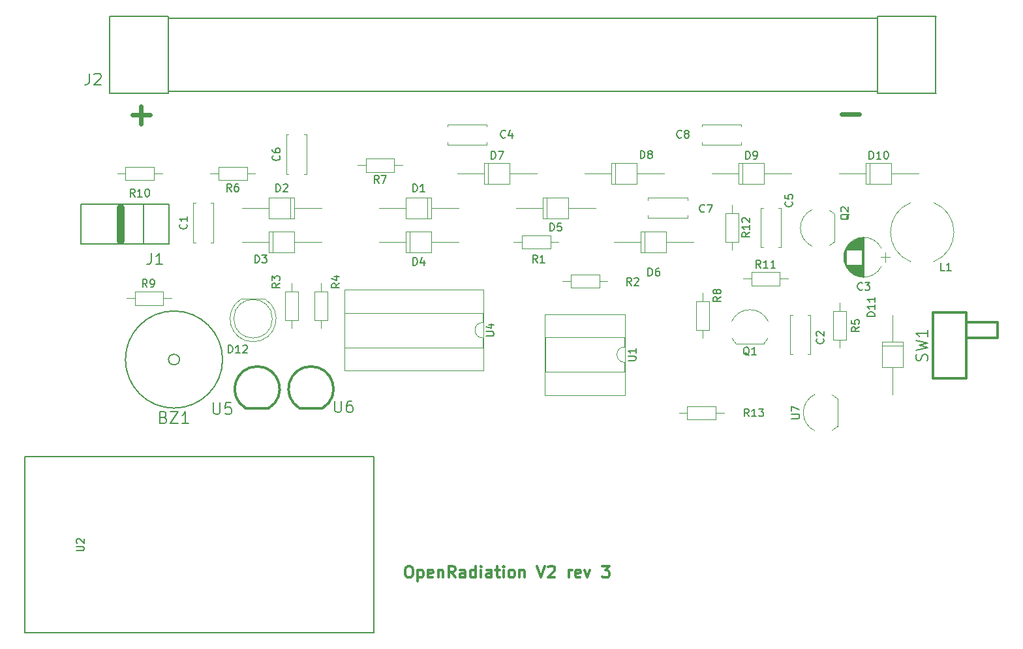
<source format=gbr>
G04 #@! TF.FileFunction,Legend,Top*
%FSLAX46Y46*%
G04 Gerber Fmt 4.6, Leading zero omitted, Abs format (unit mm)*
G04 Created by KiCad (PCBNEW 4.0.7) date 09/18/24 00:27:48*
%MOMM*%
%LPD*%
G01*
G04 APERTURE LIST*
%ADD10C,0.100000*%
%ADD11C,0.300000*%
%ADD12C,0.120000*%
%ADD13C,0.150000*%
%ADD14C,1.000000*%
%ADD15C,0.304800*%
%ADD16C,0.600000*%
G04 APERTURE END LIST*
D10*
D11*
X145095143Y-122114571D02*
X145380857Y-122114571D01*
X145523715Y-122186000D01*
X145666572Y-122328857D01*
X145738000Y-122614571D01*
X145738000Y-123114571D01*
X145666572Y-123400286D01*
X145523715Y-123543143D01*
X145380857Y-123614571D01*
X145095143Y-123614571D01*
X144952286Y-123543143D01*
X144809429Y-123400286D01*
X144738000Y-123114571D01*
X144738000Y-122614571D01*
X144809429Y-122328857D01*
X144952286Y-122186000D01*
X145095143Y-122114571D01*
X146380858Y-122614571D02*
X146380858Y-124114571D01*
X146380858Y-122686000D02*
X146523715Y-122614571D01*
X146809429Y-122614571D01*
X146952286Y-122686000D01*
X147023715Y-122757429D01*
X147095144Y-122900286D01*
X147095144Y-123328857D01*
X147023715Y-123471714D01*
X146952286Y-123543143D01*
X146809429Y-123614571D01*
X146523715Y-123614571D01*
X146380858Y-123543143D01*
X148309429Y-123543143D02*
X148166572Y-123614571D01*
X147880858Y-123614571D01*
X147738001Y-123543143D01*
X147666572Y-123400286D01*
X147666572Y-122828857D01*
X147738001Y-122686000D01*
X147880858Y-122614571D01*
X148166572Y-122614571D01*
X148309429Y-122686000D01*
X148380858Y-122828857D01*
X148380858Y-122971714D01*
X147666572Y-123114571D01*
X149023715Y-122614571D02*
X149023715Y-123614571D01*
X149023715Y-122757429D02*
X149095143Y-122686000D01*
X149238001Y-122614571D01*
X149452286Y-122614571D01*
X149595143Y-122686000D01*
X149666572Y-122828857D01*
X149666572Y-123614571D01*
X151238001Y-123614571D02*
X150738001Y-122900286D01*
X150380858Y-123614571D02*
X150380858Y-122114571D01*
X150952286Y-122114571D01*
X151095144Y-122186000D01*
X151166572Y-122257429D01*
X151238001Y-122400286D01*
X151238001Y-122614571D01*
X151166572Y-122757429D01*
X151095144Y-122828857D01*
X150952286Y-122900286D01*
X150380858Y-122900286D01*
X152523715Y-123614571D02*
X152523715Y-122828857D01*
X152452286Y-122686000D01*
X152309429Y-122614571D01*
X152023715Y-122614571D01*
X151880858Y-122686000D01*
X152523715Y-123543143D02*
X152380858Y-123614571D01*
X152023715Y-123614571D01*
X151880858Y-123543143D01*
X151809429Y-123400286D01*
X151809429Y-123257429D01*
X151880858Y-123114571D01*
X152023715Y-123043143D01*
X152380858Y-123043143D01*
X152523715Y-122971714D01*
X153880858Y-123614571D02*
X153880858Y-122114571D01*
X153880858Y-123543143D02*
X153738001Y-123614571D01*
X153452287Y-123614571D01*
X153309429Y-123543143D01*
X153238001Y-123471714D01*
X153166572Y-123328857D01*
X153166572Y-122900286D01*
X153238001Y-122757429D01*
X153309429Y-122686000D01*
X153452287Y-122614571D01*
X153738001Y-122614571D01*
X153880858Y-122686000D01*
X154595144Y-123614571D02*
X154595144Y-122614571D01*
X154595144Y-122114571D02*
X154523715Y-122186000D01*
X154595144Y-122257429D01*
X154666572Y-122186000D01*
X154595144Y-122114571D01*
X154595144Y-122257429D01*
X155952287Y-123614571D02*
X155952287Y-122828857D01*
X155880858Y-122686000D01*
X155738001Y-122614571D01*
X155452287Y-122614571D01*
X155309430Y-122686000D01*
X155952287Y-123543143D02*
X155809430Y-123614571D01*
X155452287Y-123614571D01*
X155309430Y-123543143D01*
X155238001Y-123400286D01*
X155238001Y-123257429D01*
X155309430Y-123114571D01*
X155452287Y-123043143D01*
X155809430Y-123043143D01*
X155952287Y-122971714D01*
X156452287Y-122614571D02*
X157023716Y-122614571D01*
X156666573Y-122114571D02*
X156666573Y-123400286D01*
X156738001Y-123543143D01*
X156880859Y-123614571D01*
X157023716Y-123614571D01*
X157523716Y-123614571D02*
X157523716Y-122614571D01*
X157523716Y-122114571D02*
X157452287Y-122186000D01*
X157523716Y-122257429D01*
X157595144Y-122186000D01*
X157523716Y-122114571D01*
X157523716Y-122257429D01*
X158452288Y-123614571D02*
X158309430Y-123543143D01*
X158238002Y-123471714D01*
X158166573Y-123328857D01*
X158166573Y-122900286D01*
X158238002Y-122757429D01*
X158309430Y-122686000D01*
X158452288Y-122614571D01*
X158666573Y-122614571D01*
X158809430Y-122686000D01*
X158880859Y-122757429D01*
X158952288Y-122900286D01*
X158952288Y-123328857D01*
X158880859Y-123471714D01*
X158809430Y-123543143D01*
X158666573Y-123614571D01*
X158452288Y-123614571D01*
X159595145Y-122614571D02*
X159595145Y-123614571D01*
X159595145Y-122757429D02*
X159666573Y-122686000D01*
X159809431Y-122614571D01*
X160023716Y-122614571D01*
X160166573Y-122686000D01*
X160238002Y-122828857D01*
X160238002Y-123614571D01*
X161880859Y-122114571D02*
X162380859Y-123614571D01*
X162880859Y-122114571D01*
X163309430Y-122257429D02*
X163380859Y-122186000D01*
X163523716Y-122114571D01*
X163880859Y-122114571D01*
X164023716Y-122186000D01*
X164095145Y-122257429D01*
X164166573Y-122400286D01*
X164166573Y-122543143D01*
X164095145Y-122757429D01*
X163238002Y-123614571D01*
X164166573Y-123614571D01*
X165952287Y-123614571D02*
X165952287Y-122614571D01*
X165952287Y-122900286D02*
X166023715Y-122757429D01*
X166095144Y-122686000D01*
X166238001Y-122614571D01*
X166380858Y-122614571D01*
X167452286Y-123543143D02*
X167309429Y-123614571D01*
X167023715Y-123614571D01*
X166880858Y-123543143D01*
X166809429Y-123400286D01*
X166809429Y-122828857D01*
X166880858Y-122686000D01*
X167023715Y-122614571D01*
X167309429Y-122614571D01*
X167452286Y-122686000D01*
X167523715Y-122828857D01*
X167523715Y-122971714D01*
X166809429Y-123114571D01*
X168023715Y-122614571D02*
X168380858Y-123614571D01*
X168738000Y-122614571D01*
X170309429Y-122114571D02*
X171238000Y-122114571D01*
X170738000Y-122686000D01*
X170952286Y-122686000D01*
X171095143Y-122757429D01*
X171166572Y-122828857D01*
X171238000Y-122971714D01*
X171238000Y-123328857D01*
X171166572Y-123471714D01*
X171095143Y-123543143D01*
X170952286Y-123614571D01*
X170523714Y-123614571D01*
X170380857Y-123543143D01*
X170309429Y-123471714D01*
D12*
X175310000Y-78715000D02*
X175310000Y-81435000D01*
X175310000Y-81435000D02*
X178630000Y-81435000D01*
X178630000Y-81435000D02*
X178630000Y-78715000D01*
X178630000Y-78715000D02*
X175310000Y-78715000D01*
X171800000Y-80075000D02*
X175310000Y-80075000D01*
X182140000Y-80075000D02*
X178630000Y-80075000D01*
X175850000Y-78715000D02*
X175850000Y-81435000D01*
X162610000Y-74270000D02*
X162610000Y-76990000D01*
X162610000Y-76990000D02*
X165930000Y-76990000D01*
X165930000Y-76990000D02*
X165930000Y-74270000D01*
X165930000Y-74270000D02*
X162610000Y-74270000D01*
X159100000Y-75630000D02*
X162610000Y-75630000D01*
X169440000Y-75630000D02*
X165930000Y-75630000D01*
X163150000Y-74270000D02*
X163150000Y-76990000D01*
X148150000Y-76990000D02*
X148150000Y-74270000D01*
X148150000Y-74270000D02*
X144830000Y-74270000D01*
X144830000Y-74270000D02*
X144830000Y-76990000D01*
X144830000Y-76990000D02*
X148150000Y-76990000D01*
X151660000Y-75630000D02*
X148150000Y-75630000D01*
X141320000Y-75630000D02*
X144830000Y-75630000D01*
X147610000Y-76990000D02*
X147610000Y-74270000D01*
X144830000Y-78715000D02*
X144830000Y-81435000D01*
X144830000Y-81435000D02*
X148150000Y-81435000D01*
X148150000Y-81435000D02*
X148150000Y-78715000D01*
X148150000Y-78715000D02*
X144830000Y-78715000D01*
X141320000Y-80075000D02*
X144830000Y-80075000D01*
X151660000Y-80075000D02*
X148150000Y-80075000D01*
X145370000Y-78715000D02*
X145370000Y-81435000D01*
X127050000Y-78715000D02*
X127050000Y-81435000D01*
X127050000Y-81435000D02*
X130370000Y-81435000D01*
X130370000Y-81435000D02*
X130370000Y-78715000D01*
X130370000Y-78715000D02*
X127050000Y-78715000D01*
X123540000Y-80075000D02*
X127050000Y-80075000D01*
X133880000Y-80075000D02*
X130370000Y-80075000D01*
X127590000Y-78715000D02*
X127590000Y-81435000D01*
X130370000Y-76990000D02*
X130370000Y-74270000D01*
X130370000Y-74270000D02*
X127050000Y-74270000D01*
X127050000Y-74270000D02*
X127050000Y-76990000D01*
X127050000Y-76990000D02*
X130370000Y-76990000D01*
X133880000Y-75630000D02*
X130370000Y-75630000D01*
X123540000Y-75630000D02*
X127050000Y-75630000D01*
X129830000Y-76990000D02*
X129830000Y-74270000D01*
X154990000Y-69825000D02*
X154990000Y-72545000D01*
X154990000Y-72545000D02*
X158310000Y-72545000D01*
X158310000Y-72545000D02*
X158310000Y-69825000D01*
X158310000Y-69825000D02*
X154990000Y-69825000D01*
X151480000Y-71185000D02*
X154990000Y-71185000D01*
X161820000Y-71185000D02*
X158310000Y-71185000D01*
X155530000Y-69825000D02*
X155530000Y-72545000D01*
X171500000Y-69825000D02*
X171500000Y-72545000D01*
X171500000Y-72545000D02*
X174820000Y-72545000D01*
X174820000Y-72545000D02*
X174820000Y-69825000D01*
X174820000Y-69825000D02*
X171500000Y-69825000D01*
X167990000Y-71185000D02*
X171500000Y-71185000D01*
X178330000Y-71185000D02*
X174820000Y-71185000D01*
X172040000Y-69825000D02*
X172040000Y-72545000D01*
X204520000Y-69825000D02*
X204520000Y-72545000D01*
X204520000Y-72545000D02*
X207840000Y-72545000D01*
X207840000Y-72545000D02*
X207840000Y-69825000D01*
X207840000Y-69825000D02*
X204520000Y-69825000D01*
X201010000Y-71185000D02*
X204520000Y-71185000D01*
X211350000Y-71185000D02*
X207840000Y-71185000D01*
X205060000Y-69825000D02*
X205060000Y-72545000D01*
X188010000Y-69825000D02*
X188010000Y-72545000D01*
X188010000Y-72545000D02*
X191330000Y-72545000D01*
X191330000Y-72545000D02*
X191330000Y-69825000D01*
X191330000Y-69825000D02*
X188010000Y-69825000D01*
X184500000Y-71185000D02*
X188010000Y-71185000D01*
X194840000Y-71185000D02*
X191330000Y-71185000D01*
X188550000Y-69825000D02*
X188550000Y-72545000D01*
X197330000Y-89540000D02*
X197330000Y-94660000D01*
X194710000Y-89540000D02*
X194710000Y-94660000D01*
X197330000Y-89540000D02*
X197016000Y-89540000D01*
X195024000Y-89540000D02*
X194710000Y-89540000D01*
X197330000Y-94660000D02*
X197016000Y-94660000D01*
X195024000Y-94660000D02*
X194710000Y-94660000D01*
X150240000Y-64795000D02*
X155360000Y-64795000D01*
X150240000Y-67415000D02*
X155360000Y-67415000D01*
X150240000Y-64795000D02*
X150240000Y-65109000D01*
X150240000Y-67101000D02*
X150240000Y-67415000D01*
X155360000Y-64795000D02*
X155360000Y-65109000D01*
X155360000Y-67101000D02*
X155360000Y-67415000D01*
X190900000Y-80770000D02*
X190900000Y-75650000D01*
X193520000Y-80770000D02*
X193520000Y-75650000D01*
X190900000Y-80770000D02*
X191214000Y-80770000D01*
X193206000Y-80770000D02*
X193520000Y-80770000D01*
X190900000Y-75650000D02*
X191214000Y-75650000D01*
X193206000Y-75650000D02*
X193520000Y-75650000D01*
X129305000Y-71245000D02*
X129305000Y-66125000D01*
X131925000Y-71245000D02*
X131925000Y-66125000D01*
X129305000Y-71245000D02*
X129619000Y-71245000D01*
X131611000Y-71245000D02*
X131925000Y-71245000D01*
X129305000Y-66125000D02*
X129619000Y-66125000D01*
X131611000Y-66125000D02*
X131925000Y-66125000D01*
X176275000Y-74320000D02*
X181395000Y-74320000D01*
X176275000Y-76940000D02*
X181395000Y-76940000D01*
X176275000Y-74320000D02*
X176275000Y-74634000D01*
X176275000Y-76626000D02*
X176275000Y-76940000D01*
X181395000Y-74320000D02*
X181395000Y-74634000D01*
X181395000Y-76626000D02*
X181395000Y-76940000D01*
X183260000Y-64795000D02*
X188380000Y-64795000D01*
X183260000Y-67415000D02*
X188380000Y-67415000D01*
X183260000Y-64795000D02*
X183260000Y-65109000D01*
X183260000Y-67101000D02*
X183260000Y-67415000D01*
X188380000Y-64795000D02*
X188380000Y-65109000D01*
X188380000Y-67101000D02*
X188380000Y-67415000D01*
D13*
X114100000Y-80350000D02*
X102700000Y-80350000D01*
X114100000Y-75150000D02*
X102700000Y-75150000D01*
X110800000Y-80350000D02*
X110800000Y-75150000D01*
X114100000Y-80350000D02*
X114100000Y-75150000D01*
X102700000Y-80290000D02*
X102700000Y-75210000D01*
D14*
X107850000Y-75650000D02*
X107850000Y-79850000D01*
D12*
X210352984Y-74941164D02*
G75*
G03X210356000Y-82620000I1483016J-3838836D01*
G01*
X213319016Y-74941164D02*
G75*
G02X213316000Y-82620000I-1483016J-3838836D01*
G01*
X163590000Y-80935000D02*
X163590000Y-79215000D01*
X163590000Y-79215000D02*
X159870000Y-79215000D01*
X159870000Y-79215000D02*
X159870000Y-80935000D01*
X159870000Y-80935000D02*
X163590000Y-80935000D01*
X164660000Y-80075000D02*
X163590000Y-80075000D01*
X158800000Y-80075000D02*
X159870000Y-80075000D01*
X166220000Y-84295000D02*
X166220000Y-86015000D01*
X166220000Y-86015000D02*
X169940000Y-86015000D01*
X169940000Y-86015000D02*
X169940000Y-84295000D01*
X169940000Y-84295000D02*
X166220000Y-84295000D01*
X165150000Y-85155000D02*
X166220000Y-85155000D01*
X171010000Y-85155000D02*
X169940000Y-85155000D01*
X130840000Y-86470000D02*
X129120000Y-86470000D01*
X129120000Y-86470000D02*
X129120000Y-90190000D01*
X129120000Y-90190000D02*
X130840000Y-90190000D01*
X130840000Y-90190000D02*
X130840000Y-86470000D01*
X129980000Y-85400000D02*
X129980000Y-86470000D01*
X129980000Y-91260000D02*
X129980000Y-90190000D01*
X134650000Y-86470000D02*
X132930000Y-86470000D01*
X132930000Y-86470000D02*
X132930000Y-90190000D01*
X132930000Y-90190000D02*
X134650000Y-90190000D01*
X134650000Y-90190000D02*
X134650000Y-86470000D01*
X133790000Y-85400000D02*
X133790000Y-86470000D01*
X133790000Y-91260000D02*
X133790000Y-90190000D01*
X200240000Y-92730000D02*
X201960000Y-92730000D01*
X201960000Y-92730000D02*
X201960000Y-89010000D01*
X201960000Y-89010000D02*
X200240000Y-89010000D01*
X200240000Y-89010000D02*
X200240000Y-92730000D01*
X201100000Y-93800000D02*
X201100000Y-92730000D01*
X201100000Y-87940000D02*
X201100000Y-89010000D01*
X124220000Y-72045000D02*
X124220000Y-70325000D01*
X124220000Y-70325000D02*
X120500000Y-70325000D01*
X120500000Y-70325000D02*
X120500000Y-72045000D01*
X120500000Y-72045000D02*
X124220000Y-72045000D01*
X125290000Y-71185000D02*
X124220000Y-71185000D01*
X119430000Y-71185000D02*
X120500000Y-71185000D01*
X182460000Y-91460000D02*
X184180000Y-91460000D01*
X184180000Y-91460000D02*
X184180000Y-87740000D01*
X184180000Y-87740000D02*
X182460000Y-87740000D01*
X182460000Y-87740000D02*
X182460000Y-91460000D01*
X183320000Y-92530000D02*
X183320000Y-91460000D01*
X183320000Y-86670000D02*
X183320000Y-87740000D01*
X108435000Y-70325000D02*
X108435000Y-72045000D01*
X108435000Y-72045000D02*
X112155000Y-72045000D01*
X112155000Y-72045000D02*
X112155000Y-70325000D01*
X112155000Y-70325000D02*
X108435000Y-70325000D01*
X107365000Y-71185000D02*
X108435000Y-71185000D01*
X113225000Y-71185000D02*
X112155000Y-71185000D01*
X187990000Y-76310000D02*
X186270000Y-76310000D01*
X186270000Y-76310000D02*
X186270000Y-80030000D01*
X186270000Y-80030000D02*
X187990000Y-80030000D01*
X187990000Y-80030000D02*
X187990000Y-76310000D01*
X187130000Y-75240000D02*
X187130000Y-76310000D01*
X187130000Y-81100000D02*
X187130000Y-80030000D01*
X173220000Y-95680000D02*
G75*
G02X173220000Y-93680000I0J1000000D01*
G01*
X173220000Y-93680000D02*
X173220000Y-92430000D01*
X173220000Y-92430000D02*
X162940000Y-92430000D01*
X162940000Y-92430000D02*
X162940000Y-96930000D01*
X162940000Y-96930000D02*
X173220000Y-96930000D01*
X173220000Y-96930000D02*
X173220000Y-95680000D01*
X173280000Y-89430000D02*
X162880000Y-89430000D01*
X162880000Y-89430000D02*
X162880000Y-99930000D01*
X162880000Y-99930000D02*
X173280000Y-99930000D01*
X173280000Y-99930000D02*
X173280000Y-89430000D01*
D15*
X127035000Y-101625000D02*
X124035000Y-101625000D01*
X124031838Y-101623100D02*
G75*
G02X127035000Y-101625000I1503162J2498100D01*
G01*
X134020000Y-101625000D02*
X131020000Y-101625000D01*
X131016838Y-101623100D02*
G75*
G02X134020000Y-101625000I1503162J2498100D01*
G01*
D13*
X114000000Y-51000000D02*
X114000000Y-60500000D01*
X114000000Y-60500000D02*
X206000000Y-60500000D01*
X206000000Y-60500000D02*
X206000000Y-51000000D01*
X206000000Y-51000000D02*
X114000000Y-51000000D01*
X206000000Y-50750000D02*
X213620000Y-50750000D01*
X213600000Y-50750000D02*
X213600000Y-60750000D01*
X206000000Y-60750000D02*
X213620000Y-60750000D01*
X206000000Y-60750000D02*
X206000000Y-50750000D01*
X106380000Y-60750000D02*
X106380000Y-50750000D01*
X114000000Y-50750000D02*
X106380000Y-50750000D01*
X114000000Y-50750000D02*
X114000000Y-60750000D01*
X114000000Y-60750000D02*
X106380000Y-60750000D01*
D12*
X187684000Y-93290000D02*
X191284000Y-93290000D01*
X187159816Y-92562795D02*
G75*
G03X187684000Y-93290000I2324184J1122795D01*
G01*
X187127600Y-90341193D02*
G75*
G02X189484000Y-88840000I2356400J-1098807D01*
G01*
X191840400Y-90341193D02*
G75*
G03X189484000Y-88840000I-2356400J-1098807D01*
G01*
X191808184Y-92562795D02*
G75*
G02X191284000Y-93290000I-2324184J1122795D01*
G01*
X200478000Y-80032000D02*
X200478000Y-76432000D01*
X199750795Y-80556184D02*
G75*
G03X200478000Y-80032000I-1122795J2324184D01*
G01*
X197529193Y-80588400D02*
G75*
G02X196028000Y-78232000I1098807J2356400D01*
G01*
X197529193Y-75875600D02*
G75*
G03X196028000Y-78232000I1098807J-2356400D01*
G01*
X199750795Y-75907816D02*
G75*
G02X200478000Y-76432000I-1122795J-2324184D01*
G01*
X154805000Y-92505000D02*
G75*
G02X154805000Y-90505000I0J1000000D01*
G01*
X154805000Y-90505000D02*
X154805000Y-89255000D01*
X154805000Y-89255000D02*
X136905000Y-89255000D01*
X136905000Y-89255000D02*
X136905000Y-93755000D01*
X136905000Y-93755000D02*
X154805000Y-93755000D01*
X154805000Y-93755000D02*
X154805000Y-92505000D01*
X154865000Y-86255000D02*
X136845000Y-86255000D01*
X136845000Y-86255000D02*
X136845000Y-96755000D01*
X136845000Y-96755000D02*
X154865000Y-96755000D01*
X154865000Y-96755000D02*
X154865000Y-86255000D01*
X209318000Y-93020000D02*
X206598000Y-93020000D01*
X206598000Y-93020000D02*
X206598000Y-96340000D01*
X206598000Y-96340000D02*
X209318000Y-96340000D01*
X209318000Y-96340000D02*
X209318000Y-93020000D01*
X207958000Y-89510000D02*
X207958000Y-93020000D01*
X207958000Y-99850000D02*
X207958000Y-96340000D01*
X209318000Y-93560000D02*
X206598000Y-93560000D01*
D13*
X115447107Y-95315000D02*
G75*
G03X115447107Y-95315000I-707107J0D01*
G01*
X121043174Y-95315000D02*
G75*
G03X121043174Y-95315000I-6303174J0D01*
G01*
D12*
X124999538Y-93010000D02*
G75*
G03X126544830Y-87460000I462J2990000D01*
G01*
X125000462Y-93010000D02*
G75*
G02X123455170Y-87460000I-462J2990000D01*
G01*
X127500000Y-90020000D02*
G75*
G03X127500000Y-90020000I-2500000J0D01*
G01*
X126545000Y-87460000D02*
X123455000Y-87460000D01*
X113366000Y-88236000D02*
X113366000Y-86516000D01*
X113366000Y-86516000D02*
X109646000Y-86516000D01*
X109646000Y-86516000D02*
X109646000Y-88236000D01*
X109646000Y-88236000D02*
X113366000Y-88236000D01*
X114436000Y-87376000D02*
X113366000Y-87376000D01*
X108576000Y-87376000D02*
X109646000Y-87376000D01*
X201930278Y-83221723D02*
G75*
G03X206541580Y-83222000I2305722J1179723D01*
G01*
X201930278Y-80862277D02*
G75*
G02X206541580Y-80862000I2305722J-1179723D01*
G01*
X201930278Y-80862277D02*
G75*
G03X201930420Y-83222000I2305722J-1179723D01*
G01*
X204236000Y-84592000D02*
X204236000Y-79492000D01*
X204196000Y-84592000D02*
X204196000Y-79492000D01*
X204156000Y-84591000D02*
X204156000Y-79493000D01*
X204116000Y-84590000D02*
X204116000Y-79494000D01*
X204076000Y-84588000D02*
X204076000Y-79496000D01*
X204036000Y-84585000D02*
X204036000Y-79499000D01*
X203996000Y-84581000D02*
X203996000Y-79503000D01*
X203956000Y-84577000D02*
X203956000Y-83022000D01*
X203956000Y-81062000D02*
X203956000Y-79507000D01*
X203916000Y-84573000D02*
X203916000Y-83022000D01*
X203916000Y-81062000D02*
X203916000Y-79511000D01*
X203876000Y-84567000D02*
X203876000Y-83022000D01*
X203876000Y-81062000D02*
X203876000Y-79517000D01*
X203836000Y-84561000D02*
X203836000Y-83022000D01*
X203836000Y-81062000D02*
X203836000Y-79523000D01*
X203796000Y-84555000D02*
X203796000Y-83022000D01*
X203796000Y-81062000D02*
X203796000Y-79529000D01*
X203756000Y-84548000D02*
X203756000Y-83022000D01*
X203756000Y-81062000D02*
X203756000Y-79536000D01*
X203716000Y-84540000D02*
X203716000Y-83022000D01*
X203716000Y-81062000D02*
X203716000Y-79544000D01*
X203676000Y-84531000D02*
X203676000Y-83022000D01*
X203676000Y-81062000D02*
X203676000Y-79553000D01*
X203636000Y-84522000D02*
X203636000Y-83022000D01*
X203636000Y-81062000D02*
X203636000Y-79562000D01*
X203596000Y-84512000D02*
X203596000Y-83022000D01*
X203596000Y-81062000D02*
X203596000Y-79572000D01*
X203556000Y-84502000D02*
X203556000Y-83022000D01*
X203556000Y-81062000D02*
X203556000Y-79582000D01*
X203515000Y-84490000D02*
X203515000Y-83022000D01*
X203515000Y-81062000D02*
X203515000Y-79594000D01*
X203475000Y-84478000D02*
X203475000Y-83022000D01*
X203475000Y-81062000D02*
X203475000Y-79606000D01*
X203435000Y-84466000D02*
X203435000Y-83022000D01*
X203435000Y-81062000D02*
X203435000Y-79618000D01*
X203395000Y-84452000D02*
X203395000Y-83022000D01*
X203395000Y-81062000D02*
X203395000Y-79632000D01*
X203355000Y-84438000D02*
X203355000Y-83022000D01*
X203355000Y-81062000D02*
X203355000Y-79646000D01*
X203315000Y-84424000D02*
X203315000Y-83022000D01*
X203315000Y-81062000D02*
X203315000Y-79660000D01*
X203275000Y-84408000D02*
X203275000Y-83022000D01*
X203275000Y-81062000D02*
X203275000Y-79676000D01*
X203235000Y-84392000D02*
X203235000Y-83022000D01*
X203235000Y-81062000D02*
X203235000Y-79692000D01*
X203195000Y-84375000D02*
X203195000Y-83022000D01*
X203195000Y-81062000D02*
X203195000Y-79709000D01*
X203155000Y-84357000D02*
X203155000Y-83022000D01*
X203155000Y-81062000D02*
X203155000Y-79727000D01*
X203115000Y-84338000D02*
X203115000Y-83022000D01*
X203115000Y-81062000D02*
X203115000Y-79746000D01*
X203075000Y-84318000D02*
X203075000Y-83022000D01*
X203075000Y-81062000D02*
X203075000Y-79766000D01*
X203035000Y-84298000D02*
X203035000Y-83022000D01*
X203035000Y-81062000D02*
X203035000Y-79786000D01*
X202995000Y-84276000D02*
X202995000Y-83022000D01*
X202995000Y-81062000D02*
X202995000Y-79808000D01*
X202955000Y-84254000D02*
X202955000Y-83022000D01*
X202955000Y-81062000D02*
X202955000Y-79830000D01*
X202915000Y-84231000D02*
X202915000Y-83022000D01*
X202915000Y-81062000D02*
X202915000Y-79853000D01*
X202875000Y-84207000D02*
X202875000Y-83022000D01*
X202875000Y-81062000D02*
X202875000Y-79877000D01*
X202835000Y-84182000D02*
X202835000Y-83022000D01*
X202835000Y-81062000D02*
X202835000Y-79902000D01*
X202795000Y-84155000D02*
X202795000Y-83022000D01*
X202795000Y-81062000D02*
X202795000Y-79929000D01*
X202755000Y-84128000D02*
X202755000Y-83022000D01*
X202755000Y-81062000D02*
X202755000Y-79956000D01*
X202715000Y-84100000D02*
X202715000Y-83022000D01*
X202715000Y-81062000D02*
X202715000Y-79984000D01*
X202675000Y-84070000D02*
X202675000Y-83022000D01*
X202675000Y-81062000D02*
X202675000Y-80014000D01*
X202635000Y-84039000D02*
X202635000Y-83022000D01*
X202635000Y-81062000D02*
X202635000Y-80045000D01*
X202595000Y-84007000D02*
X202595000Y-83022000D01*
X202595000Y-81062000D02*
X202595000Y-80077000D01*
X202555000Y-83974000D02*
X202555000Y-83022000D01*
X202555000Y-81062000D02*
X202555000Y-80110000D01*
X202515000Y-83939000D02*
X202515000Y-83022000D01*
X202515000Y-81062000D02*
X202515000Y-80145000D01*
X202475000Y-83903000D02*
X202475000Y-83022000D01*
X202475000Y-81062000D02*
X202475000Y-80181000D01*
X202435000Y-83865000D02*
X202435000Y-83022000D01*
X202435000Y-81062000D02*
X202435000Y-80219000D01*
X202395000Y-83825000D02*
X202395000Y-83022000D01*
X202395000Y-81062000D02*
X202395000Y-80259000D01*
X202355000Y-83784000D02*
X202355000Y-83022000D01*
X202355000Y-81062000D02*
X202355000Y-80300000D01*
X202315000Y-83741000D02*
X202315000Y-83022000D01*
X202315000Y-81062000D02*
X202315000Y-80343000D01*
X202275000Y-83696000D02*
X202275000Y-83022000D01*
X202275000Y-81062000D02*
X202275000Y-80388000D01*
X202235000Y-83648000D02*
X202235000Y-83022000D01*
X202235000Y-81062000D02*
X202235000Y-80436000D01*
X202195000Y-83598000D02*
X202195000Y-83022000D01*
X202195000Y-81062000D02*
X202195000Y-80486000D01*
X202155000Y-83546000D02*
X202155000Y-83022000D01*
X202155000Y-81062000D02*
X202155000Y-80538000D01*
X202115000Y-83490000D02*
X202115000Y-83022000D01*
X202115000Y-81062000D02*
X202115000Y-80594000D01*
X202075000Y-83432000D02*
X202075000Y-83022000D01*
X202075000Y-81062000D02*
X202075000Y-80652000D01*
X202035000Y-83369000D02*
X202035000Y-83022000D01*
X202035000Y-81062000D02*
X202035000Y-80715000D01*
X201995000Y-83303000D02*
X201995000Y-80781000D01*
X201955000Y-83231000D02*
X201955000Y-80853000D01*
X201915000Y-83154000D02*
X201915000Y-80930000D01*
X201875000Y-83070000D02*
X201875000Y-81014000D01*
X201835000Y-82976000D02*
X201835000Y-81108000D01*
X201795000Y-82871000D02*
X201795000Y-81213000D01*
X201755000Y-82749000D02*
X201755000Y-81335000D01*
X201715000Y-82601000D02*
X201715000Y-81483000D01*
X201675000Y-82396000D02*
X201675000Y-81688000D01*
X207686000Y-82042000D02*
X206486000Y-82042000D01*
X207086000Y-82692000D02*
X207086000Y-81392000D01*
D15*
X217592000Y-90472000D02*
X221592000Y-90472000D01*
X221592000Y-90472000D02*
X221592000Y-92472000D01*
X221592000Y-92472000D02*
X217592000Y-92472000D01*
X217592000Y-89172000D02*
X213192000Y-89172000D01*
X213192000Y-97772000D02*
X217592000Y-97772000D01*
X217592000Y-97772000D02*
X217592000Y-89172000D01*
X213192000Y-97772000D02*
X213192000Y-89172000D01*
D12*
X185050000Y-103110000D02*
X185050000Y-101390000D01*
X185050000Y-101390000D02*
X181330000Y-101390000D01*
X181330000Y-101390000D02*
X181330000Y-103110000D01*
X181330000Y-103110000D02*
X185050000Y-103110000D01*
X186120000Y-102250000D02*
X185050000Y-102250000D01*
X180260000Y-102250000D02*
X181330000Y-102250000D01*
X200850000Y-104010000D02*
X200850000Y-100410000D01*
X200122795Y-104534184D02*
G75*
G03X200850000Y-104010000I-1122795J2324184D01*
G01*
X197901193Y-104566400D02*
G75*
G02X196400000Y-102210000I1098807J2356400D01*
G01*
X197901193Y-99853600D02*
G75*
G03X196400000Y-102210000I1098807J-2356400D01*
G01*
X200122795Y-99885816D02*
G75*
G02X200850000Y-100410000I-1122795J-2324184D01*
G01*
X117240000Y-80135000D02*
X117240000Y-75015000D01*
X119860000Y-80135000D02*
X119860000Y-75015000D01*
X117240000Y-80135000D02*
X117554000Y-80135000D01*
X119546000Y-80135000D02*
X119860000Y-80135000D01*
X117240000Y-75015000D02*
X117554000Y-75015000D01*
X119546000Y-75015000D02*
X119860000Y-75015000D01*
X143338000Y-70964000D02*
X143338000Y-69244000D01*
X143338000Y-69244000D02*
X139618000Y-69244000D01*
X139618000Y-69244000D02*
X139618000Y-70964000D01*
X139618000Y-70964000D02*
X143338000Y-70964000D01*
X144408000Y-70104000D02*
X143338000Y-70104000D01*
X138548000Y-70104000D02*
X139618000Y-70104000D01*
X189656000Y-83976000D02*
X189656000Y-85696000D01*
X189656000Y-85696000D02*
X193376000Y-85696000D01*
X193376000Y-85696000D02*
X193376000Y-83976000D01*
X193376000Y-83976000D02*
X189656000Y-83976000D01*
X188586000Y-84836000D02*
X189656000Y-84836000D01*
X194446000Y-84836000D02*
X193376000Y-84836000D01*
D13*
X140716000Y-107950000D02*
X140716000Y-130810000D01*
X140716000Y-130810000D02*
X95396000Y-130810000D01*
X95396000Y-130810000D02*
X95396000Y-107950000D01*
X95396000Y-107950000D02*
X140716000Y-107950000D01*
X176261905Y-84452381D02*
X176261905Y-83452381D01*
X176500000Y-83452381D01*
X176642858Y-83500000D01*
X176738096Y-83595238D01*
X176785715Y-83690476D01*
X176833334Y-83880952D01*
X176833334Y-84023810D01*
X176785715Y-84214286D01*
X176738096Y-84309524D01*
X176642858Y-84404762D01*
X176500000Y-84452381D01*
X176261905Y-84452381D01*
X177690477Y-83452381D02*
X177500000Y-83452381D01*
X177404762Y-83500000D01*
X177357143Y-83547619D01*
X177261905Y-83690476D01*
X177214286Y-83880952D01*
X177214286Y-84261905D01*
X177261905Y-84357143D01*
X177309524Y-84404762D01*
X177404762Y-84452381D01*
X177595239Y-84452381D01*
X177690477Y-84404762D01*
X177738096Y-84357143D01*
X177785715Y-84261905D01*
X177785715Y-84023810D01*
X177738096Y-83928571D01*
X177690477Y-83880952D01*
X177595239Y-83833333D01*
X177404762Y-83833333D01*
X177309524Y-83880952D01*
X177261905Y-83928571D01*
X177214286Y-84023810D01*
X163531905Y-78622381D02*
X163531905Y-77622381D01*
X163770000Y-77622381D01*
X163912858Y-77670000D01*
X164008096Y-77765238D01*
X164055715Y-77860476D01*
X164103334Y-78050952D01*
X164103334Y-78193810D01*
X164055715Y-78384286D01*
X164008096Y-78479524D01*
X163912858Y-78574762D01*
X163770000Y-78622381D01*
X163531905Y-78622381D01*
X165008096Y-77622381D02*
X164531905Y-77622381D01*
X164484286Y-78098571D01*
X164531905Y-78050952D01*
X164627143Y-78003333D01*
X164865239Y-78003333D01*
X164960477Y-78050952D01*
X165008096Y-78098571D01*
X165055715Y-78193810D01*
X165055715Y-78431905D01*
X165008096Y-78527143D01*
X164960477Y-78574762D01*
X164865239Y-78622381D01*
X164627143Y-78622381D01*
X164531905Y-78574762D01*
X164484286Y-78527143D01*
X145751905Y-73542381D02*
X145751905Y-72542381D01*
X145990000Y-72542381D01*
X146132858Y-72590000D01*
X146228096Y-72685238D01*
X146275715Y-72780476D01*
X146323334Y-72970952D01*
X146323334Y-73113810D01*
X146275715Y-73304286D01*
X146228096Y-73399524D01*
X146132858Y-73494762D01*
X145990000Y-73542381D01*
X145751905Y-73542381D01*
X147275715Y-73542381D02*
X146704286Y-73542381D01*
X146990000Y-73542381D02*
X146990000Y-72542381D01*
X146894762Y-72685238D01*
X146799524Y-72780476D01*
X146704286Y-72828095D01*
X145751905Y-83067381D02*
X145751905Y-82067381D01*
X145990000Y-82067381D01*
X146132858Y-82115000D01*
X146228096Y-82210238D01*
X146275715Y-82305476D01*
X146323334Y-82495952D01*
X146323334Y-82638810D01*
X146275715Y-82829286D01*
X146228096Y-82924524D01*
X146132858Y-83019762D01*
X145990000Y-83067381D01*
X145751905Y-83067381D01*
X147180477Y-82400714D02*
X147180477Y-83067381D01*
X146942381Y-82019762D02*
X146704286Y-82734048D01*
X147323334Y-82734048D01*
X125245905Y-82748381D02*
X125245905Y-81748381D01*
X125484000Y-81748381D01*
X125626858Y-81796000D01*
X125722096Y-81891238D01*
X125769715Y-81986476D01*
X125817334Y-82176952D01*
X125817334Y-82319810D01*
X125769715Y-82510286D01*
X125722096Y-82605524D01*
X125626858Y-82700762D01*
X125484000Y-82748381D01*
X125245905Y-82748381D01*
X126150667Y-81748381D02*
X126769715Y-81748381D01*
X126436381Y-82129333D01*
X126579239Y-82129333D01*
X126674477Y-82176952D01*
X126722096Y-82224571D01*
X126769715Y-82319810D01*
X126769715Y-82557905D01*
X126722096Y-82653143D01*
X126674477Y-82700762D01*
X126579239Y-82748381D01*
X126293524Y-82748381D01*
X126198286Y-82700762D01*
X126150667Y-82653143D01*
X127971905Y-73542381D02*
X127971905Y-72542381D01*
X128210000Y-72542381D01*
X128352858Y-72590000D01*
X128448096Y-72685238D01*
X128495715Y-72780476D01*
X128543334Y-72970952D01*
X128543334Y-73113810D01*
X128495715Y-73304286D01*
X128448096Y-73399524D01*
X128352858Y-73494762D01*
X128210000Y-73542381D01*
X127971905Y-73542381D01*
X128924286Y-72637619D02*
X128971905Y-72590000D01*
X129067143Y-72542381D01*
X129305239Y-72542381D01*
X129400477Y-72590000D01*
X129448096Y-72637619D01*
X129495715Y-72732857D01*
X129495715Y-72828095D01*
X129448096Y-72970952D01*
X128876667Y-73542381D01*
X129495715Y-73542381D01*
X155911905Y-69277381D02*
X155911905Y-68277381D01*
X156150000Y-68277381D01*
X156292858Y-68325000D01*
X156388096Y-68420238D01*
X156435715Y-68515476D01*
X156483334Y-68705952D01*
X156483334Y-68848810D01*
X156435715Y-69039286D01*
X156388096Y-69134524D01*
X156292858Y-69229762D01*
X156150000Y-69277381D01*
X155911905Y-69277381D01*
X156816667Y-68277381D02*
X157483334Y-68277381D01*
X157054762Y-69277381D01*
X175261905Y-69202381D02*
X175261905Y-68202381D01*
X175500000Y-68202381D01*
X175642858Y-68250000D01*
X175738096Y-68345238D01*
X175785715Y-68440476D01*
X175833334Y-68630952D01*
X175833334Y-68773810D01*
X175785715Y-68964286D01*
X175738096Y-69059524D01*
X175642858Y-69154762D01*
X175500000Y-69202381D01*
X175261905Y-69202381D01*
X176404762Y-68630952D02*
X176309524Y-68583333D01*
X176261905Y-68535714D01*
X176214286Y-68440476D01*
X176214286Y-68392857D01*
X176261905Y-68297619D01*
X176309524Y-68250000D01*
X176404762Y-68202381D01*
X176595239Y-68202381D01*
X176690477Y-68250000D01*
X176738096Y-68297619D01*
X176785715Y-68392857D01*
X176785715Y-68440476D01*
X176738096Y-68535714D01*
X176690477Y-68583333D01*
X176595239Y-68630952D01*
X176404762Y-68630952D01*
X176309524Y-68678571D01*
X176261905Y-68726190D01*
X176214286Y-68821429D01*
X176214286Y-69011905D01*
X176261905Y-69107143D01*
X176309524Y-69154762D01*
X176404762Y-69202381D01*
X176595239Y-69202381D01*
X176690477Y-69154762D01*
X176738096Y-69107143D01*
X176785715Y-69011905D01*
X176785715Y-68821429D01*
X176738096Y-68726190D01*
X176690477Y-68678571D01*
X176595239Y-68630952D01*
X204965714Y-69277381D02*
X204965714Y-68277381D01*
X205203809Y-68277381D01*
X205346667Y-68325000D01*
X205441905Y-68420238D01*
X205489524Y-68515476D01*
X205537143Y-68705952D01*
X205537143Y-68848810D01*
X205489524Y-69039286D01*
X205441905Y-69134524D01*
X205346667Y-69229762D01*
X205203809Y-69277381D01*
X204965714Y-69277381D01*
X206489524Y-69277381D02*
X205918095Y-69277381D01*
X206203809Y-69277381D02*
X206203809Y-68277381D01*
X206108571Y-68420238D01*
X206013333Y-68515476D01*
X205918095Y-68563095D01*
X207108571Y-68277381D02*
X207203810Y-68277381D01*
X207299048Y-68325000D01*
X207346667Y-68372619D01*
X207394286Y-68467857D01*
X207441905Y-68658333D01*
X207441905Y-68896429D01*
X207394286Y-69086905D01*
X207346667Y-69182143D01*
X207299048Y-69229762D01*
X207203810Y-69277381D01*
X207108571Y-69277381D01*
X207013333Y-69229762D01*
X206965714Y-69182143D01*
X206918095Y-69086905D01*
X206870476Y-68896429D01*
X206870476Y-68658333D01*
X206918095Y-68467857D01*
X206965714Y-68372619D01*
X207013333Y-68325000D01*
X207108571Y-68277381D01*
X188931905Y-69277381D02*
X188931905Y-68277381D01*
X189170000Y-68277381D01*
X189312858Y-68325000D01*
X189408096Y-68420238D01*
X189455715Y-68515476D01*
X189503334Y-68705952D01*
X189503334Y-68848810D01*
X189455715Y-69039286D01*
X189408096Y-69134524D01*
X189312858Y-69229762D01*
X189170000Y-69277381D01*
X188931905Y-69277381D01*
X189979524Y-69277381D02*
X190170000Y-69277381D01*
X190265239Y-69229762D01*
X190312858Y-69182143D01*
X190408096Y-69039286D01*
X190455715Y-68848810D01*
X190455715Y-68467857D01*
X190408096Y-68372619D01*
X190360477Y-68325000D01*
X190265239Y-68277381D01*
X190074762Y-68277381D01*
X189979524Y-68325000D01*
X189931905Y-68372619D01*
X189884286Y-68467857D01*
X189884286Y-68705952D01*
X189931905Y-68801190D01*
X189979524Y-68848810D01*
X190074762Y-68896429D01*
X190265239Y-68896429D01*
X190360477Y-68848810D01*
X190408096Y-68801190D01*
X190455715Y-68705952D01*
X198985143Y-92622666D02*
X199032762Y-92670285D01*
X199080381Y-92813142D01*
X199080381Y-92908380D01*
X199032762Y-93051238D01*
X198937524Y-93146476D01*
X198842286Y-93194095D01*
X198651810Y-93241714D01*
X198508952Y-93241714D01*
X198318476Y-93194095D01*
X198223238Y-93146476D01*
X198128000Y-93051238D01*
X198080381Y-92908380D01*
X198080381Y-92813142D01*
X198128000Y-92670285D01*
X198175619Y-92622666D01*
X198175619Y-92241714D02*
X198128000Y-92194095D01*
X198080381Y-92098857D01*
X198080381Y-91860761D01*
X198128000Y-91765523D01*
X198175619Y-91717904D01*
X198270857Y-91670285D01*
X198366095Y-91670285D01*
X198508952Y-91717904D01*
X199080381Y-92289333D01*
X199080381Y-91670285D01*
X157753334Y-66462143D02*
X157705715Y-66509762D01*
X157562858Y-66557381D01*
X157467620Y-66557381D01*
X157324762Y-66509762D01*
X157229524Y-66414524D01*
X157181905Y-66319286D01*
X157134286Y-66128810D01*
X157134286Y-65985952D01*
X157181905Y-65795476D01*
X157229524Y-65700238D01*
X157324762Y-65605000D01*
X157467620Y-65557381D01*
X157562858Y-65557381D01*
X157705715Y-65605000D01*
X157753334Y-65652619D01*
X158610477Y-65890714D02*
X158610477Y-66557381D01*
X158372381Y-65509762D02*
X158134286Y-66224048D01*
X158753334Y-66224048D01*
X194921143Y-74842666D02*
X194968762Y-74890285D01*
X195016381Y-75033142D01*
X195016381Y-75128380D01*
X194968762Y-75271238D01*
X194873524Y-75366476D01*
X194778286Y-75414095D01*
X194587810Y-75461714D01*
X194444952Y-75461714D01*
X194254476Y-75414095D01*
X194159238Y-75366476D01*
X194064000Y-75271238D01*
X194016381Y-75128380D01*
X194016381Y-75033142D01*
X194064000Y-74890285D01*
X194111619Y-74842666D01*
X194016381Y-73937904D02*
X194016381Y-74414095D01*
X194492571Y-74461714D01*
X194444952Y-74414095D01*
X194397333Y-74318857D01*
X194397333Y-74080761D01*
X194444952Y-73985523D01*
X194492571Y-73937904D01*
X194587810Y-73890285D01*
X194825905Y-73890285D01*
X194921143Y-73937904D01*
X194968762Y-73985523D01*
X195016381Y-74080761D01*
X195016381Y-74318857D01*
X194968762Y-74414095D01*
X194921143Y-74461714D01*
X128412143Y-68851666D02*
X128459762Y-68899285D01*
X128507381Y-69042142D01*
X128507381Y-69137380D01*
X128459762Y-69280238D01*
X128364524Y-69375476D01*
X128269286Y-69423095D01*
X128078810Y-69470714D01*
X127935952Y-69470714D01*
X127745476Y-69423095D01*
X127650238Y-69375476D01*
X127555000Y-69280238D01*
X127507381Y-69137380D01*
X127507381Y-69042142D01*
X127555000Y-68899285D01*
X127602619Y-68851666D01*
X127507381Y-67994523D02*
X127507381Y-68185000D01*
X127555000Y-68280238D01*
X127602619Y-68327857D01*
X127745476Y-68423095D01*
X127935952Y-68470714D01*
X128316905Y-68470714D01*
X128412143Y-68423095D01*
X128459762Y-68375476D01*
X128507381Y-68280238D01*
X128507381Y-68089761D01*
X128459762Y-67994523D01*
X128412143Y-67946904D01*
X128316905Y-67899285D01*
X128078810Y-67899285D01*
X127983571Y-67946904D01*
X127935952Y-67994523D01*
X127888333Y-68089761D01*
X127888333Y-68280238D01*
X127935952Y-68375476D01*
X127983571Y-68423095D01*
X128078810Y-68470714D01*
X183583334Y-76107143D02*
X183535715Y-76154762D01*
X183392858Y-76202381D01*
X183297620Y-76202381D01*
X183154762Y-76154762D01*
X183059524Y-76059524D01*
X183011905Y-75964286D01*
X182964286Y-75773810D01*
X182964286Y-75630952D01*
X183011905Y-75440476D01*
X183059524Y-75345238D01*
X183154762Y-75250000D01*
X183297620Y-75202381D01*
X183392858Y-75202381D01*
X183535715Y-75250000D01*
X183583334Y-75297619D01*
X183916667Y-75202381D02*
X184583334Y-75202381D01*
X184154762Y-76202381D01*
X180613334Y-66462143D02*
X180565715Y-66509762D01*
X180422858Y-66557381D01*
X180327620Y-66557381D01*
X180184762Y-66509762D01*
X180089524Y-66414524D01*
X180041905Y-66319286D01*
X179994286Y-66128810D01*
X179994286Y-65985952D01*
X180041905Y-65795476D01*
X180089524Y-65700238D01*
X180184762Y-65605000D01*
X180327620Y-65557381D01*
X180422858Y-65557381D01*
X180565715Y-65605000D01*
X180613334Y-65652619D01*
X181184762Y-65985952D02*
X181089524Y-65938333D01*
X181041905Y-65890714D01*
X180994286Y-65795476D01*
X180994286Y-65747857D01*
X181041905Y-65652619D01*
X181089524Y-65605000D01*
X181184762Y-65557381D01*
X181375239Y-65557381D01*
X181470477Y-65605000D01*
X181518096Y-65652619D01*
X181565715Y-65747857D01*
X181565715Y-65795476D01*
X181518096Y-65890714D01*
X181470477Y-65938333D01*
X181375239Y-65985952D01*
X181184762Y-65985952D01*
X181089524Y-66033571D01*
X181041905Y-66081190D01*
X180994286Y-66176429D01*
X180994286Y-66366905D01*
X181041905Y-66462143D01*
X181089524Y-66509762D01*
X181184762Y-66557381D01*
X181375239Y-66557381D01*
X181470477Y-66509762D01*
X181518096Y-66462143D01*
X181565715Y-66366905D01*
X181565715Y-66176429D01*
X181518096Y-66081190D01*
X181470477Y-66033571D01*
X181375239Y-65985952D01*
X111768000Y-81474571D02*
X111768000Y-82546000D01*
X111696572Y-82760286D01*
X111553715Y-82903143D01*
X111339429Y-82974571D01*
X111196572Y-82974571D01*
X113268000Y-82974571D02*
X112410857Y-82974571D01*
X112839429Y-82974571D02*
X112839429Y-81474571D01*
X112696572Y-81688857D01*
X112553714Y-81831714D01*
X112410857Y-81903143D01*
X214717334Y-83764381D02*
X214241143Y-83764381D01*
X214241143Y-82764381D01*
X215574477Y-83764381D02*
X215003048Y-83764381D01*
X215288762Y-83764381D02*
X215288762Y-82764381D01*
X215193524Y-82907238D01*
X215098286Y-83002476D01*
X215003048Y-83050095D01*
X161885334Y-82748381D02*
X161552000Y-82272190D01*
X161313905Y-82748381D02*
X161313905Y-81748381D01*
X161694858Y-81748381D01*
X161790096Y-81796000D01*
X161837715Y-81843619D01*
X161885334Y-81938857D01*
X161885334Y-82081714D01*
X161837715Y-82176952D01*
X161790096Y-82224571D01*
X161694858Y-82272190D01*
X161313905Y-82272190D01*
X162837715Y-82748381D02*
X162266286Y-82748381D01*
X162552000Y-82748381D02*
X162552000Y-81748381D01*
X162456762Y-81891238D01*
X162361524Y-81986476D01*
X162266286Y-82034095D01*
X174083334Y-85702381D02*
X173750000Y-85226190D01*
X173511905Y-85702381D02*
X173511905Y-84702381D01*
X173892858Y-84702381D01*
X173988096Y-84750000D01*
X174035715Y-84797619D01*
X174083334Y-84892857D01*
X174083334Y-85035714D01*
X174035715Y-85130952D01*
X173988096Y-85178571D01*
X173892858Y-85226190D01*
X173511905Y-85226190D01*
X174464286Y-84797619D02*
X174511905Y-84750000D01*
X174607143Y-84702381D01*
X174845239Y-84702381D01*
X174940477Y-84750000D01*
X174988096Y-84797619D01*
X175035715Y-84892857D01*
X175035715Y-84988095D01*
X174988096Y-85130952D01*
X174416667Y-85702381D01*
X175035715Y-85702381D01*
X128452381Y-85416666D02*
X127976190Y-85750000D01*
X128452381Y-85988095D02*
X127452381Y-85988095D01*
X127452381Y-85607142D01*
X127500000Y-85511904D01*
X127547619Y-85464285D01*
X127642857Y-85416666D01*
X127785714Y-85416666D01*
X127880952Y-85464285D01*
X127928571Y-85511904D01*
X127976190Y-85607142D01*
X127976190Y-85988095D01*
X127452381Y-85083333D02*
X127452381Y-84464285D01*
X127833333Y-84797619D01*
X127833333Y-84654761D01*
X127880952Y-84559523D01*
X127928571Y-84511904D01*
X128023810Y-84464285D01*
X128261905Y-84464285D01*
X128357143Y-84511904D01*
X128404762Y-84559523D01*
X128452381Y-84654761D01*
X128452381Y-84940476D01*
X128404762Y-85035714D01*
X128357143Y-85083333D01*
X136202381Y-85416666D02*
X135726190Y-85750000D01*
X136202381Y-85988095D02*
X135202381Y-85988095D01*
X135202381Y-85607142D01*
X135250000Y-85511904D01*
X135297619Y-85464285D01*
X135392857Y-85416666D01*
X135535714Y-85416666D01*
X135630952Y-85464285D01*
X135678571Y-85511904D01*
X135726190Y-85607142D01*
X135726190Y-85988095D01*
X135535714Y-84559523D02*
X136202381Y-84559523D01*
X135154762Y-84797619D02*
X135869048Y-85035714D01*
X135869048Y-84416666D01*
X203652381Y-91098666D02*
X203176190Y-91432000D01*
X203652381Y-91670095D02*
X202652381Y-91670095D01*
X202652381Y-91289142D01*
X202700000Y-91193904D01*
X202747619Y-91146285D01*
X202842857Y-91098666D01*
X202985714Y-91098666D01*
X203080952Y-91146285D01*
X203128571Y-91193904D01*
X203176190Y-91289142D01*
X203176190Y-91670095D01*
X202652381Y-90193904D02*
X202652381Y-90670095D01*
X203128571Y-90717714D01*
X203080952Y-90670095D01*
X203033333Y-90574857D01*
X203033333Y-90336761D01*
X203080952Y-90241523D01*
X203128571Y-90193904D01*
X203223810Y-90146285D01*
X203461905Y-90146285D01*
X203557143Y-90193904D01*
X203604762Y-90241523D01*
X203652381Y-90336761D01*
X203652381Y-90574857D01*
X203604762Y-90670095D01*
X203557143Y-90717714D01*
X122193334Y-73497381D02*
X121860000Y-73021190D01*
X121621905Y-73497381D02*
X121621905Y-72497381D01*
X122002858Y-72497381D01*
X122098096Y-72545000D01*
X122145715Y-72592619D01*
X122193334Y-72687857D01*
X122193334Y-72830714D01*
X122145715Y-72925952D01*
X122098096Y-72973571D01*
X122002858Y-73021190D01*
X121621905Y-73021190D01*
X123050477Y-72497381D02*
X122860000Y-72497381D01*
X122764762Y-72545000D01*
X122717143Y-72592619D01*
X122621905Y-72735476D01*
X122574286Y-72925952D01*
X122574286Y-73306905D01*
X122621905Y-73402143D01*
X122669524Y-73449762D01*
X122764762Y-73497381D01*
X122955239Y-73497381D01*
X123050477Y-73449762D01*
X123098096Y-73402143D01*
X123145715Y-73306905D01*
X123145715Y-73068810D01*
X123098096Y-72973571D01*
X123050477Y-72925952D01*
X122955239Y-72878333D01*
X122764762Y-72878333D01*
X122669524Y-72925952D01*
X122621905Y-72973571D01*
X122574286Y-73068810D01*
X185702381Y-87166666D02*
X185226190Y-87500000D01*
X185702381Y-87738095D02*
X184702381Y-87738095D01*
X184702381Y-87357142D01*
X184750000Y-87261904D01*
X184797619Y-87214285D01*
X184892857Y-87166666D01*
X185035714Y-87166666D01*
X185130952Y-87214285D01*
X185178571Y-87261904D01*
X185226190Y-87357142D01*
X185226190Y-87738095D01*
X185130952Y-86595238D02*
X185083333Y-86690476D01*
X185035714Y-86738095D01*
X184940476Y-86785714D01*
X184892857Y-86785714D01*
X184797619Y-86738095D01*
X184750000Y-86690476D01*
X184702381Y-86595238D01*
X184702381Y-86404761D01*
X184750000Y-86309523D01*
X184797619Y-86261904D01*
X184892857Y-86214285D01*
X184940476Y-86214285D01*
X185035714Y-86261904D01*
X185083333Y-86309523D01*
X185130952Y-86404761D01*
X185130952Y-86595238D01*
X185178571Y-86690476D01*
X185226190Y-86738095D01*
X185321429Y-86785714D01*
X185511905Y-86785714D01*
X185607143Y-86738095D01*
X185654762Y-86690476D01*
X185702381Y-86595238D01*
X185702381Y-86404761D01*
X185654762Y-86309523D01*
X185607143Y-86261904D01*
X185511905Y-86214285D01*
X185321429Y-86214285D01*
X185226190Y-86261904D01*
X185178571Y-86309523D01*
X185130952Y-86404761D01*
X109652143Y-74177381D02*
X109318809Y-73701190D01*
X109080714Y-74177381D02*
X109080714Y-73177381D01*
X109461667Y-73177381D01*
X109556905Y-73225000D01*
X109604524Y-73272619D01*
X109652143Y-73367857D01*
X109652143Y-73510714D01*
X109604524Y-73605952D01*
X109556905Y-73653571D01*
X109461667Y-73701190D01*
X109080714Y-73701190D01*
X110604524Y-74177381D02*
X110033095Y-74177381D01*
X110318809Y-74177381D02*
X110318809Y-73177381D01*
X110223571Y-73320238D01*
X110128333Y-73415476D01*
X110033095Y-73463095D01*
X111223571Y-73177381D02*
X111318810Y-73177381D01*
X111414048Y-73225000D01*
X111461667Y-73272619D01*
X111509286Y-73367857D01*
X111556905Y-73558333D01*
X111556905Y-73796429D01*
X111509286Y-73986905D01*
X111461667Y-74082143D01*
X111414048Y-74129762D01*
X111318810Y-74177381D01*
X111223571Y-74177381D01*
X111128333Y-74129762D01*
X111080714Y-74082143D01*
X111033095Y-73986905D01*
X110985476Y-73796429D01*
X110985476Y-73558333D01*
X111033095Y-73367857D01*
X111080714Y-73272619D01*
X111128333Y-73225000D01*
X111223571Y-73177381D01*
X189442381Y-78812857D02*
X188966190Y-79146191D01*
X189442381Y-79384286D02*
X188442381Y-79384286D01*
X188442381Y-79003333D01*
X188490000Y-78908095D01*
X188537619Y-78860476D01*
X188632857Y-78812857D01*
X188775714Y-78812857D01*
X188870952Y-78860476D01*
X188918571Y-78908095D01*
X188966190Y-79003333D01*
X188966190Y-79384286D01*
X189442381Y-77860476D02*
X189442381Y-78431905D01*
X189442381Y-78146191D02*
X188442381Y-78146191D01*
X188585238Y-78241429D01*
X188680476Y-78336667D01*
X188728095Y-78431905D01*
X188537619Y-77479524D02*
X188490000Y-77431905D01*
X188442381Y-77336667D01*
X188442381Y-77098571D01*
X188490000Y-77003333D01*
X188537619Y-76955714D01*
X188632857Y-76908095D01*
X188728095Y-76908095D01*
X188870952Y-76955714D01*
X189442381Y-77527143D01*
X189442381Y-76908095D01*
X173672381Y-95441905D02*
X174481905Y-95441905D01*
X174577143Y-95394286D01*
X174624762Y-95346667D01*
X174672381Y-95251429D01*
X174672381Y-95060952D01*
X174624762Y-94965714D01*
X174577143Y-94918095D01*
X174481905Y-94870476D01*
X173672381Y-94870476D01*
X174672381Y-93870476D02*
X174672381Y-94441905D01*
X174672381Y-94156191D02*
X173672381Y-94156191D01*
X173815238Y-94251429D01*
X173910476Y-94346667D01*
X173958095Y-94441905D01*
X119857143Y-100928571D02*
X119857143Y-102142857D01*
X119928571Y-102285714D01*
X120000000Y-102357143D01*
X120142857Y-102428571D01*
X120428571Y-102428571D01*
X120571429Y-102357143D01*
X120642857Y-102285714D01*
X120714286Y-102142857D01*
X120714286Y-100928571D01*
X122142858Y-100928571D02*
X121428572Y-100928571D01*
X121357143Y-101642857D01*
X121428572Y-101571429D01*
X121571429Y-101500000D01*
X121928572Y-101500000D01*
X122071429Y-101571429D01*
X122142858Y-101642857D01*
X122214286Y-101785714D01*
X122214286Y-102142857D01*
X122142858Y-102285714D01*
X122071429Y-102357143D01*
X121928572Y-102428571D01*
X121571429Y-102428571D01*
X121428572Y-102357143D01*
X121357143Y-102285714D01*
X135607143Y-100678571D02*
X135607143Y-101892857D01*
X135678571Y-102035714D01*
X135750000Y-102107143D01*
X135892857Y-102178571D01*
X136178571Y-102178571D01*
X136321429Y-102107143D01*
X136392857Y-102035714D01*
X136464286Y-101892857D01*
X136464286Y-100678571D01*
X137821429Y-100678571D02*
X137535715Y-100678571D01*
X137392858Y-100750000D01*
X137321429Y-100821429D01*
X137178572Y-101035714D01*
X137107143Y-101321429D01*
X137107143Y-101892857D01*
X137178572Y-102035714D01*
X137250000Y-102107143D01*
X137392858Y-102178571D01*
X137678572Y-102178571D01*
X137821429Y-102107143D01*
X137892858Y-102035714D01*
X137964286Y-101892857D01*
X137964286Y-101535714D01*
X137892858Y-101392857D01*
X137821429Y-101321429D01*
X137678572Y-101250000D01*
X137392858Y-101250000D01*
X137250000Y-101321429D01*
X137178572Y-101392857D01*
X137107143Y-101535714D01*
X103750000Y-58178571D02*
X103750000Y-59250000D01*
X103678572Y-59464286D01*
X103535715Y-59607143D01*
X103321429Y-59678571D01*
X103178572Y-59678571D01*
X104392857Y-58321429D02*
X104464286Y-58250000D01*
X104607143Y-58178571D01*
X104964286Y-58178571D01*
X105107143Y-58250000D01*
X105178572Y-58321429D01*
X105250000Y-58464286D01*
X105250000Y-58607143D01*
X105178572Y-58821429D01*
X104321429Y-59678571D01*
X105250000Y-59678571D01*
D16*
X201357143Y-63464286D02*
X203642857Y-63464286D01*
X109327143Y-63584286D02*
X111612857Y-63584286D01*
X110470000Y-64727143D02*
X110470000Y-62441429D01*
D13*
X189388762Y-94781619D02*
X189293524Y-94734000D01*
X189198286Y-94638762D01*
X189055429Y-94495905D01*
X188960190Y-94448286D01*
X188864952Y-94448286D01*
X188912571Y-94686381D02*
X188817333Y-94638762D01*
X188722095Y-94543524D01*
X188674476Y-94353048D01*
X188674476Y-94019714D01*
X188722095Y-93829238D01*
X188817333Y-93734000D01*
X188912571Y-93686381D01*
X189103048Y-93686381D01*
X189198286Y-93734000D01*
X189293524Y-93829238D01*
X189341143Y-94019714D01*
X189341143Y-94353048D01*
X189293524Y-94543524D01*
X189198286Y-94638762D01*
X189103048Y-94686381D01*
X188912571Y-94686381D01*
X190293524Y-94686381D02*
X189722095Y-94686381D01*
X190007809Y-94686381D02*
X190007809Y-93686381D01*
X189912571Y-93829238D01*
X189817333Y-93924476D01*
X189722095Y-93972095D01*
X202350619Y-76422238D02*
X202303000Y-76517476D01*
X202207762Y-76612714D01*
X202064905Y-76755571D01*
X202017286Y-76850810D01*
X202017286Y-76946048D01*
X202255381Y-76898429D02*
X202207762Y-76993667D01*
X202112524Y-77088905D01*
X201922048Y-77136524D01*
X201588714Y-77136524D01*
X201398238Y-77088905D01*
X201303000Y-76993667D01*
X201255381Y-76898429D01*
X201255381Y-76707952D01*
X201303000Y-76612714D01*
X201398238Y-76517476D01*
X201588714Y-76469857D01*
X201922048Y-76469857D01*
X202112524Y-76517476D01*
X202207762Y-76612714D01*
X202255381Y-76707952D01*
X202255381Y-76898429D01*
X201350619Y-76088905D02*
X201303000Y-76041286D01*
X201255381Y-75946048D01*
X201255381Y-75707952D01*
X201303000Y-75612714D01*
X201350619Y-75565095D01*
X201445857Y-75517476D01*
X201541095Y-75517476D01*
X201683952Y-75565095D01*
X202255381Y-76136524D01*
X202255381Y-75517476D01*
X155257381Y-92266905D02*
X156066905Y-92266905D01*
X156162143Y-92219286D01*
X156209762Y-92171667D01*
X156257381Y-92076429D01*
X156257381Y-91885952D01*
X156209762Y-91790714D01*
X156162143Y-91743095D01*
X156066905Y-91695476D01*
X155257381Y-91695476D01*
X155590714Y-90790714D02*
X156257381Y-90790714D01*
X155209762Y-91028810D02*
X155924048Y-91266905D01*
X155924048Y-90647857D01*
X205702381Y-89714286D02*
X204702381Y-89714286D01*
X204702381Y-89476191D01*
X204750000Y-89333333D01*
X204845238Y-89238095D01*
X204940476Y-89190476D01*
X205130952Y-89142857D01*
X205273810Y-89142857D01*
X205464286Y-89190476D01*
X205559524Y-89238095D01*
X205654762Y-89333333D01*
X205702381Y-89476191D01*
X205702381Y-89714286D01*
X205702381Y-88190476D02*
X205702381Y-88761905D01*
X205702381Y-88476191D02*
X204702381Y-88476191D01*
X204845238Y-88571429D01*
X204940476Y-88666667D01*
X204988095Y-88761905D01*
X205702381Y-87238095D02*
X205702381Y-87809524D01*
X205702381Y-87523810D02*
X204702381Y-87523810D01*
X204845238Y-87619048D01*
X204940476Y-87714286D01*
X204988095Y-87809524D01*
X113418572Y-102827857D02*
X113632858Y-102899286D01*
X113704286Y-102970714D01*
X113775715Y-103113571D01*
X113775715Y-103327857D01*
X113704286Y-103470714D01*
X113632858Y-103542143D01*
X113490000Y-103613571D01*
X112918572Y-103613571D01*
X112918572Y-102113571D01*
X113418572Y-102113571D01*
X113561429Y-102185000D01*
X113632858Y-102256429D01*
X113704286Y-102399286D01*
X113704286Y-102542143D01*
X113632858Y-102685000D01*
X113561429Y-102756429D01*
X113418572Y-102827857D01*
X112918572Y-102827857D01*
X114275715Y-102113571D02*
X115275715Y-102113571D01*
X114275715Y-103613571D01*
X115275715Y-103613571D01*
X116632857Y-103613571D02*
X115775714Y-103613571D01*
X116204286Y-103613571D02*
X116204286Y-102113571D01*
X116061429Y-102327857D01*
X115918571Y-102470714D01*
X115775714Y-102542143D01*
X121785714Y-94452381D02*
X121785714Y-93452381D01*
X122023809Y-93452381D01*
X122166667Y-93500000D01*
X122261905Y-93595238D01*
X122309524Y-93690476D01*
X122357143Y-93880952D01*
X122357143Y-94023810D01*
X122309524Y-94214286D01*
X122261905Y-94309524D01*
X122166667Y-94404762D01*
X122023809Y-94452381D01*
X121785714Y-94452381D01*
X123309524Y-94452381D02*
X122738095Y-94452381D01*
X123023809Y-94452381D02*
X123023809Y-93452381D01*
X122928571Y-93595238D01*
X122833333Y-93690476D01*
X122738095Y-93738095D01*
X123690476Y-93547619D02*
X123738095Y-93500000D01*
X123833333Y-93452381D01*
X124071429Y-93452381D01*
X124166667Y-93500000D01*
X124214286Y-93547619D01*
X124261905Y-93642857D01*
X124261905Y-93738095D01*
X124214286Y-93880952D01*
X123642857Y-94452381D01*
X124261905Y-94452381D01*
X111249334Y-85923381D02*
X110916000Y-85447190D01*
X110677905Y-85923381D02*
X110677905Y-84923381D01*
X111058858Y-84923381D01*
X111154096Y-84971000D01*
X111201715Y-85018619D01*
X111249334Y-85113857D01*
X111249334Y-85256714D01*
X111201715Y-85351952D01*
X111154096Y-85399571D01*
X111058858Y-85447190D01*
X110677905Y-85447190D01*
X111725524Y-85923381D02*
X111916000Y-85923381D01*
X112011239Y-85875762D01*
X112058858Y-85828143D01*
X112154096Y-85685286D01*
X112201715Y-85494810D01*
X112201715Y-85113857D01*
X112154096Y-85018619D01*
X112106477Y-84971000D01*
X112011239Y-84923381D01*
X111820762Y-84923381D01*
X111725524Y-84971000D01*
X111677905Y-85018619D01*
X111630286Y-85113857D01*
X111630286Y-85351952D01*
X111677905Y-85447190D01*
X111725524Y-85494810D01*
X111820762Y-85542429D01*
X112011239Y-85542429D01*
X112106477Y-85494810D01*
X112154096Y-85447190D01*
X112201715Y-85351952D01*
X204069334Y-86209143D02*
X204021715Y-86256762D01*
X203878858Y-86304381D01*
X203783620Y-86304381D01*
X203640762Y-86256762D01*
X203545524Y-86161524D01*
X203497905Y-86066286D01*
X203450286Y-85875810D01*
X203450286Y-85732952D01*
X203497905Y-85542476D01*
X203545524Y-85447238D01*
X203640762Y-85352000D01*
X203783620Y-85304381D01*
X203878858Y-85304381D01*
X204021715Y-85352000D01*
X204069334Y-85399619D01*
X204402667Y-85304381D02*
X205021715Y-85304381D01*
X204688381Y-85685333D01*
X204831239Y-85685333D01*
X204926477Y-85732952D01*
X204974096Y-85780571D01*
X205021715Y-85875810D01*
X205021715Y-86113905D01*
X204974096Y-86209143D01*
X204926477Y-86256762D01*
X204831239Y-86304381D01*
X204545524Y-86304381D01*
X204450286Y-86256762D01*
X204402667Y-86209143D01*
X212443143Y-95472000D02*
X212514571Y-95257714D01*
X212514571Y-94900571D01*
X212443143Y-94757714D01*
X212371714Y-94686285D01*
X212228857Y-94614857D01*
X212086000Y-94614857D01*
X211943143Y-94686285D01*
X211871714Y-94757714D01*
X211800286Y-94900571D01*
X211728857Y-95186285D01*
X211657429Y-95329143D01*
X211586000Y-95400571D01*
X211443143Y-95472000D01*
X211300286Y-95472000D01*
X211157429Y-95400571D01*
X211086000Y-95329143D01*
X211014571Y-95186285D01*
X211014571Y-94829143D01*
X211086000Y-94614857D01*
X211014571Y-94114857D02*
X212514571Y-93757714D01*
X211443143Y-93472000D01*
X212514571Y-93186286D01*
X211014571Y-92829143D01*
X212514571Y-91472000D02*
X212514571Y-92329143D01*
X212514571Y-91900571D02*
X211014571Y-91900571D01*
X211228857Y-92043428D01*
X211371714Y-92186286D01*
X211443143Y-92329143D01*
X189357143Y-102702381D02*
X189023809Y-102226190D01*
X188785714Y-102702381D02*
X188785714Y-101702381D01*
X189166667Y-101702381D01*
X189261905Y-101750000D01*
X189309524Y-101797619D01*
X189357143Y-101892857D01*
X189357143Y-102035714D01*
X189309524Y-102130952D01*
X189261905Y-102178571D01*
X189166667Y-102226190D01*
X188785714Y-102226190D01*
X190309524Y-102702381D02*
X189738095Y-102702381D01*
X190023809Y-102702381D02*
X190023809Y-101702381D01*
X189928571Y-101845238D01*
X189833333Y-101940476D01*
X189738095Y-101988095D01*
X190642857Y-101702381D02*
X191261905Y-101702381D01*
X190928571Y-102083333D01*
X191071429Y-102083333D01*
X191166667Y-102130952D01*
X191214286Y-102178571D01*
X191261905Y-102273810D01*
X191261905Y-102511905D01*
X191214286Y-102607143D01*
X191166667Y-102654762D01*
X191071429Y-102702381D01*
X190785714Y-102702381D01*
X190690476Y-102654762D01*
X190642857Y-102607143D01*
X194892381Y-102971905D02*
X195701905Y-102971905D01*
X195797143Y-102924286D01*
X195844762Y-102876667D01*
X195892381Y-102781429D01*
X195892381Y-102590952D01*
X195844762Y-102495714D01*
X195797143Y-102448095D01*
X195701905Y-102400476D01*
X194892381Y-102400476D01*
X194892381Y-102019524D02*
X194892381Y-101352857D01*
X195892381Y-101781429D01*
X116347143Y-77741666D02*
X116394762Y-77789285D01*
X116442381Y-77932142D01*
X116442381Y-78027380D01*
X116394762Y-78170238D01*
X116299524Y-78265476D01*
X116204286Y-78313095D01*
X116013810Y-78360714D01*
X115870952Y-78360714D01*
X115680476Y-78313095D01*
X115585238Y-78265476D01*
X115490000Y-78170238D01*
X115442381Y-78027380D01*
X115442381Y-77932142D01*
X115490000Y-77789285D01*
X115537619Y-77741666D01*
X116442381Y-76789285D02*
X116442381Y-77360714D01*
X116442381Y-77075000D02*
X115442381Y-77075000D01*
X115585238Y-77170238D01*
X115680476Y-77265476D01*
X115728095Y-77360714D01*
X141311334Y-72416381D02*
X140978000Y-71940190D01*
X140739905Y-72416381D02*
X140739905Y-71416381D01*
X141120858Y-71416381D01*
X141216096Y-71464000D01*
X141263715Y-71511619D01*
X141311334Y-71606857D01*
X141311334Y-71749714D01*
X141263715Y-71844952D01*
X141216096Y-71892571D01*
X141120858Y-71940190D01*
X140739905Y-71940190D01*
X141644667Y-71416381D02*
X142311334Y-71416381D01*
X141882762Y-72416381D01*
X190873143Y-83428381D02*
X190539809Y-82952190D01*
X190301714Y-83428381D02*
X190301714Y-82428381D01*
X190682667Y-82428381D01*
X190777905Y-82476000D01*
X190825524Y-82523619D01*
X190873143Y-82618857D01*
X190873143Y-82761714D01*
X190825524Y-82856952D01*
X190777905Y-82904571D01*
X190682667Y-82952190D01*
X190301714Y-82952190D01*
X191825524Y-83428381D02*
X191254095Y-83428381D01*
X191539809Y-83428381D02*
X191539809Y-82428381D01*
X191444571Y-82571238D01*
X191349333Y-82666476D01*
X191254095Y-82714095D01*
X192777905Y-83428381D02*
X192206476Y-83428381D01*
X192492190Y-83428381D02*
X192492190Y-82428381D01*
X192396952Y-82571238D01*
X192301714Y-82666476D01*
X192206476Y-82714095D01*
X102068381Y-120141905D02*
X102877905Y-120141905D01*
X102973143Y-120094286D01*
X103020762Y-120046667D01*
X103068381Y-119951429D01*
X103068381Y-119760952D01*
X103020762Y-119665714D01*
X102973143Y-119618095D01*
X102877905Y-119570476D01*
X102068381Y-119570476D01*
X102163619Y-119141905D02*
X102116000Y-119094286D01*
X102068381Y-118999048D01*
X102068381Y-118760952D01*
X102116000Y-118665714D01*
X102163619Y-118618095D01*
X102258857Y-118570476D01*
X102354095Y-118570476D01*
X102496952Y-118618095D01*
X103068381Y-119189524D01*
X103068381Y-118570476D01*
M02*

</source>
